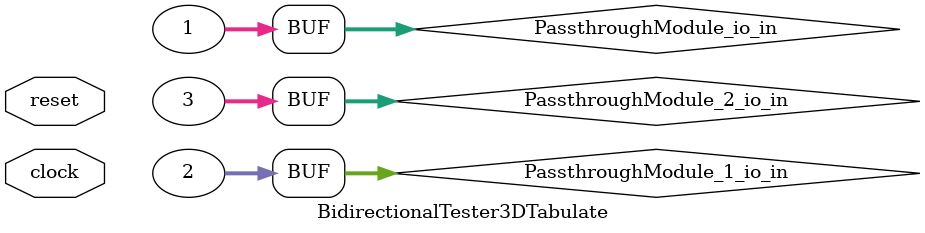
<source format=v>
module PassthroughModule(
  input  [31:0] io_in,
  output [31:0] io_out
);
  assign io_out = io_in; // @[Util.scala 19:10]
endmodule
module BidirectionalTester3DTabulate(
  input   clock,
  input   reset
);
  wire [31:0] PassthroughModule_io_in; // @[Vec.scala 225:30]
  wire [31:0] PassthroughModule_io_out; // @[Vec.scala 225:30]
  wire [31:0] PassthroughModule_1_io_in; // @[Vec.scala 225:30]
  wire [31:0] PassthroughModule_1_io_out; // @[Vec.scala 225:30]
  wire [31:0] PassthroughModule_2_io_in; // @[Vec.scala 225:30]
  wire [31:0] PassthroughModule_2_io_out; // @[Vec.scala 225:30]
  wire  _T_2 = ~reset; // @[Vec.scala 227:13]
  PassthroughModule PassthroughModule ( // @[Vec.scala 225:30]
    .io_in(PassthroughModule_io_in),
    .io_out(PassthroughModule_io_out)
  );
  PassthroughModule PassthroughModule_1 ( // @[Vec.scala 225:30]
    .io_in(PassthroughModule_1_io_in),
    .io_out(PassthroughModule_1_io_out)
  );
  PassthroughModule PassthroughModule_2 ( // @[Vec.scala 225:30]
    .io_in(PassthroughModule_2_io_in),
    .io_out(PassthroughModule_2_io_out)
  );
  assign PassthroughModule_io_in = 32'h1; // @[Vec.scala 217:{43,43}]
  assign PassthroughModule_1_io_in = 32'h2; // @[Vec.scala 217:{43,43}]
  assign PassthroughModule_2_io_in = 32'h3; // @[Vec.scala 217:{43,43}]
  always @(posedge clock) begin
    `ifndef SYNTHESIS
    `ifdef STOP_COND
      if (`STOP_COND) begin
    `endif
        if (~reset & ~(PassthroughModule_io_out == 32'h1)) begin
          $fatal; // @[Vec.scala 227:13]
        end
    `ifdef STOP_COND
      end
    `endif
    `endif // SYNTHESIS
    `ifndef SYNTHESIS
    `ifdef PRINTF_COND
      if (`PRINTF_COND) begin
    `endif
        if (~reset & ~(PassthroughModule_io_out == 32'h1)) begin
          $fwrite(32'h80000002,"Assertion failed\n    at Vec.scala:227 assert(receiveMod.out === value.U)\n"); // @[Vec.scala 227:13]
        end
    `ifdef PRINTF_COND
      end
    `endif
    `endif // SYNTHESIS
    `ifndef SYNTHESIS
    `ifdef STOP_COND
      if (`STOP_COND) begin
    `endif
        if (~reset & ~(PassthroughModule_1_io_out == 32'h2)) begin
          $fatal; // @[Vec.scala 227:13]
        end
    `ifdef STOP_COND
      end
    `endif
    `endif // SYNTHESIS
    `ifndef SYNTHESIS
    `ifdef PRINTF_COND
      if (`PRINTF_COND) begin
    `endif
        if (~reset & ~(PassthroughModule_1_io_out == 32'h2)) begin
          $fwrite(32'h80000002,"Assertion failed\n    at Vec.scala:227 assert(receiveMod.out === value.U)\n"); // @[Vec.scala 227:13]
        end
    `ifdef PRINTF_COND
      end
    `endif
    `endif // SYNTHESIS
    `ifndef SYNTHESIS
    `ifdef STOP_COND
      if (`STOP_COND) begin
    `endif
        if (~reset & ~(PassthroughModule_2_io_out == 32'h3)) begin
          $fatal; // @[Vec.scala 227:13]
        end
    `ifdef STOP_COND
      end
    `endif
    `endif // SYNTHESIS
    `ifndef SYNTHESIS
    `ifdef PRINTF_COND
      if (`PRINTF_COND) begin
    `endif
        if (~reset & ~(PassthroughModule_2_io_out == 32'h3)) begin
          $fwrite(32'h80000002,"Assertion failed\n    at Vec.scala:227 assert(receiveMod.out === value.U)\n"); // @[Vec.scala 227:13]
        end
    `ifdef PRINTF_COND
      end
    `endif
    `endif // SYNTHESIS
    `ifndef SYNTHESIS
    `ifdef STOP_COND
      if (`STOP_COND) begin
    `endif
        if (_T_2) begin
          $finish; // @[Vec.scala 229:9]
        end
    `ifdef STOP_COND
      end
    `endif
    `endif // SYNTHESIS
  end
endmodule

</source>
